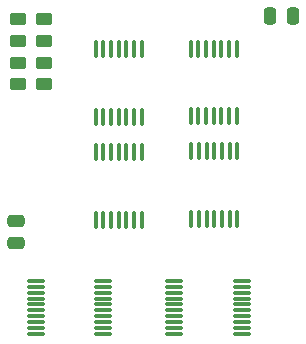
<source format=gbr>
%TF.GenerationSoftware,KiCad,Pcbnew,(6.0.0-0)*%
%TF.CreationDate,2022-01-16T21:32:14-05:00*%
%TF.ProjectId,Shifter-v6,53686966-7465-4722-9d76-362e6b696361,rev?*%
%TF.SameCoordinates,Original*%
%TF.FileFunction,Paste,Top*%
%TF.FilePolarity,Positive*%
%FSLAX46Y46*%
G04 Gerber Fmt 4.6, Leading zero omitted, Abs format (unit mm)*
G04 Created by KiCad (PCBNEW (6.0.0-0)) date 2022-01-16 21:32:14*
%MOMM*%
%LPD*%
G01*
G04 APERTURE LIST*
G04 Aperture macros list*
%AMRoundRect*
0 Rectangle with rounded corners*
0 $1 Rounding radius*
0 $2 $3 $4 $5 $6 $7 $8 $9 X,Y pos of 4 corners*
0 Add a 4 corners polygon primitive as box body*
4,1,4,$2,$3,$4,$5,$6,$7,$8,$9,$2,$3,0*
0 Add four circle primitives for the rounded corners*
1,1,$1+$1,$2,$3*
1,1,$1+$1,$4,$5*
1,1,$1+$1,$6,$7*
1,1,$1+$1,$8,$9*
0 Add four rect primitives between the rounded corners*
20,1,$1+$1,$2,$3,$4,$5,0*
20,1,$1+$1,$4,$5,$6,$7,0*
20,1,$1+$1,$6,$7,$8,$9,0*
20,1,$1+$1,$8,$9,$2,$3,0*%
G04 Aperture macros list end*
%ADD10RoundRect,0.250000X-0.475000X0.250000X-0.475000X-0.250000X0.475000X-0.250000X0.475000X0.250000X0*%
%ADD11RoundRect,0.250000X-0.250000X-0.475000X0.250000X-0.475000X0.250000X0.475000X-0.250000X0.475000X0*%
%ADD12RoundRect,0.250000X-0.450000X0.262500X-0.450000X-0.262500X0.450000X-0.262500X0.450000X0.262500X0*%
%ADD13RoundRect,0.075000X-0.662500X-0.075000X0.662500X-0.075000X0.662500X0.075000X-0.662500X0.075000X0*%
%ADD14RoundRect,0.075000X0.662500X0.075000X-0.662500X0.075000X-0.662500X-0.075000X0.662500X-0.075000X0*%
%ADD15RoundRect,0.100000X0.100000X-0.637500X0.100000X0.637500X-0.100000X0.637500X-0.100000X-0.637500X0*%
G04 APERTURE END LIST*
D10*
%TO.C,C2*%
X161550000Y-85600000D03*
X161550000Y-87500000D03*
%TD*%
D11*
%TO.C,C1*%
X185000000Y-68300000D03*
X183100000Y-68300000D03*
%TD*%
D12*
%TO.C,R13*%
X163900000Y-72225000D03*
X163900000Y-74050000D03*
%TD*%
%TO.C,R12*%
X161700000Y-68537500D03*
X161700000Y-70362500D03*
%TD*%
%TO.C,R11*%
X163900000Y-68525000D03*
X163900000Y-70350000D03*
%TD*%
%TO.C,R10*%
X161700000Y-72237500D03*
X161700000Y-74062500D03*
%TD*%
D13*
%TO.C,U6*%
X180662500Y-90700000D03*
X180662500Y-91200000D03*
X180662500Y-91700000D03*
X180662500Y-92200000D03*
X180662500Y-92700000D03*
X180662500Y-93200000D03*
X180662500Y-93700000D03*
X180662500Y-94200000D03*
X180662500Y-94700000D03*
X180662500Y-95200000D03*
X174937500Y-95200000D03*
X174937500Y-94700000D03*
X174937500Y-94200000D03*
X174937500Y-93700000D03*
X174937500Y-93200000D03*
X174937500Y-92700000D03*
X174937500Y-92200000D03*
X174937500Y-91700000D03*
X174937500Y-91200000D03*
X174937500Y-90700000D03*
%TD*%
D14*
%TO.C,U5*%
X168962500Y-95200000D03*
X168962500Y-94700000D03*
X168962500Y-94200000D03*
X168962500Y-93700000D03*
X168962500Y-93200000D03*
X168962500Y-92700000D03*
X168962500Y-92200000D03*
X168962500Y-91700000D03*
X168962500Y-91200000D03*
X168962500Y-90700000D03*
X163237500Y-90700000D03*
X163237500Y-91200000D03*
X163237500Y-91700000D03*
X163237500Y-92200000D03*
X163237500Y-92700000D03*
X163237500Y-93200000D03*
X163237500Y-93700000D03*
X163237500Y-94200000D03*
X163237500Y-94700000D03*
X163237500Y-95200000D03*
%TD*%
D15*
%TO.C,U4*%
X176350000Y-71037500D03*
X177000000Y-71037500D03*
X177650000Y-71037500D03*
X178300000Y-71037500D03*
X178950000Y-71037500D03*
X179600000Y-71037500D03*
X180250000Y-71037500D03*
X180250000Y-76762500D03*
X179600000Y-76762500D03*
X178950000Y-76762500D03*
X178300000Y-76762500D03*
X177650000Y-76762500D03*
X177000000Y-76762500D03*
X176350000Y-76762500D03*
%TD*%
%TO.C,U3*%
X176400000Y-79737500D03*
X177050000Y-79737500D03*
X177700000Y-79737500D03*
X178350000Y-79737500D03*
X179000000Y-79737500D03*
X179650000Y-79737500D03*
X180300000Y-79737500D03*
X180300000Y-85462500D03*
X179650000Y-85462500D03*
X179000000Y-85462500D03*
X178350000Y-85462500D03*
X177700000Y-85462500D03*
X177050000Y-85462500D03*
X176400000Y-85462500D03*
%TD*%
%TO.C,U2*%
X168300000Y-85512500D03*
X168950000Y-85512500D03*
X169600000Y-85512500D03*
X170250000Y-85512500D03*
X170900000Y-85512500D03*
X171550000Y-85512500D03*
X172200000Y-85512500D03*
X172200000Y-79787500D03*
X171550000Y-79787500D03*
X170900000Y-79787500D03*
X170250000Y-79787500D03*
X169600000Y-79787500D03*
X168950000Y-79787500D03*
X168300000Y-79787500D03*
%TD*%
%TO.C,U1*%
X168300000Y-76812500D03*
X168950000Y-76812500D03*
X169600000Y-76812500D03*
X170250000Y-76812500D03*
X170900000Y-76812500D03*
X171550000Y-76812500D03*
X172200000Y-76812500D03*
X172200000Y-71087500D03*
X171550000Y-71087500D03*
X170900000Y-71087500D03*
X170250000Y-71087500D03*
X169600000Y-71087500D03*
X168950000Y-71087500D03*
X168300000Y-71087500D03*
%TD*%
M02*

</source>
